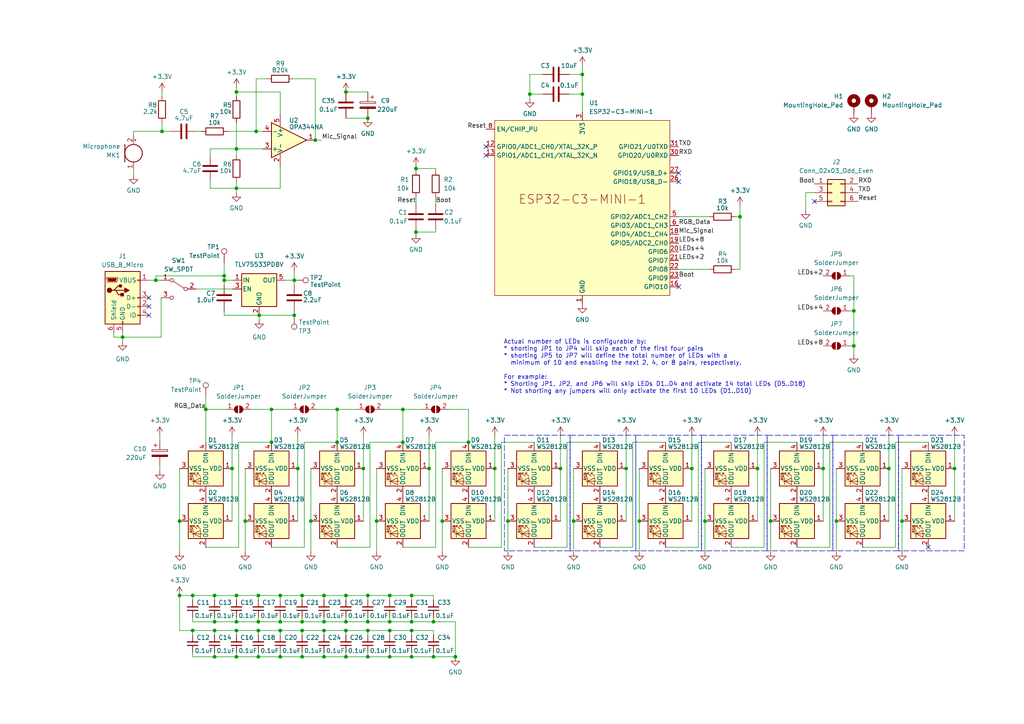
<source format=kicad_sch>
(kicad_sch (version 20230121) (generator eeschema)
  (paper "A4")
  (junction (at 62.23 172.72))
  (junction (at 86.36 135.89))
  (junction (at 113.03 180.34))
  (junction (at 93.98 190.5))
  (junction (at 52.07 151.13))
  (junction (at 81.28 180.34))
  (junction (at 238.76 135.89))
  (junction (at 100.33 182.88))
  (junction (at 109.22 151.13))
  (junction (at 85.344 81.28))
  (junction (at 87.63 172.72))
  (junction (at 185.42 151.13))
  (junction (at 74.295 38.1))
  (junction (at 181.61 135.89))
  (junction (at 75.184 91.44))
  (junction (at 143.51 135.89))
  (junction (at 68.58 26.67))
  (junction (at 168.91 27.305))
  (junction (at 74.93 182.88))
  (junction (at 100.33 190.5))
  (junction (at 62.23 182.88))
  (junction (at 65.024 80.01))
  (junction (at 119.38 190.5))
  (junction (at 74.93 180.34))
  (junction (at 113.03 190.5))
  (junction (at 67.31 135.89))
  (junction (at 81.28 182.88))
  (junction (at 261.62 151.13))
  (junction (at 113.03 172.72))
  (junction (at 93.98 172.72))
  (junction (at 119.38 182.88))
  (junction (at 45.212 81.28))
  (junction (at 55.88 172.72))
  (junction (at 106.68 172.72))
  (junction (at 124.46 135.89))
  (junction (at 113.03 182.88))
  (junction (at 55.88 182.88))
  (junction (at 68.58 180.34))
  (junction (at 125.73 190.5))
  (junction (at 68.58 182.88))
  (junction (at 162.56 135.89))
  (junction (at 62.23 190.5))
  (junction (at 52.07 172.72))
  (junction (at 78.74 128.27))
  (junction (at 116.84 118.745))
  (junction (at 132.08 190.5))
  (junction (at 93.98 180.34))
  (junction (at 90.17 151.13))
  (junction (at 119.38 172.72))
  (junction (at 68.58 190.5))
  (junction (at 200.66 135.89))
  (junction (at 153.67 27.305))
  (junction (at 65.024 81.28))
  (junction (at 119.38 180.34))
  (junction (at 106.68 34.29))
  (junction (at 74.93 190.5))
  (junction (at 168.91 21.59))
  (junction (at 87.63 182.88))
  (junction (at 106.68 180.34))
  (junction (at 97.79 128.27))
  (junction (at 116.84 128.27))
  (junction (at 100.33 180.34))
  (junction (at 59.69 118.745))
  (junction (at 87.63 190.5))
  (junction (at 276.86 135.89))
  (junction (at 68.58 43.18))
  (junction (at 120.65 67.31))
  (junction (at 106.68 182.88))
  (junction (at 120.65 48.895))
  (junction (at 100.33 172.72))
  (junction (at 81.28 190.5))
  (junction (at 128.27 151.13))
  (junction (at 35.56 97.79))
  (junction (at 204.47 151.13))
  (junction (at 74.93 172.72))
  (junction (at 105.41 135.89))
  (junction (at 85.344 91.44))
  (junction (at 247.65 90.17))
  (junction (at 257.81 135.89))
  (junction (at 87.63 180.34))
  (junction (at 125.73 180.34))
  (junction (at 166.37 151.13))
  (junction (at 78.74 118.745))
  (junction (at 247.65 100.33))
  (junction (at 91.44 40.64))
  (junction (at 135.89 128.27))
  (junction (at 214.63 62.865))
  (junction (at 106.68 190.5))
  (junction (at 68.58 54.61))
  (junction (at 81.28 172.72))
  (junction (at 97.79 118.745))
  (junction (at 100.33 26.67))
  (junction (at 223.52 151.13))
  (junction (at 71.12 151.13))
  (junction (at 46.99 38.1))
  (junction (at 93.98 182.88))
  (junction (at 242.57 151.13))
  (junction (at 62.23 180.34))
  (junction (at 147.32 151.13))
  (junction (at 68.58 172.72))
  (junction (at 219.71 135.89))
  (no_connect (at 140.97 45.085))
  (no_connect (at 140.97 42.545))
  (no_connect (at 43.18 86.36))
  (no_connect (at 196.85 83.185))
  (no_connect (at 236.22 58.42))
  (no_connect (at 196.85 52.705))
  (no_connect (at 269.24 158.75))
  (no_connect (at 43.18 91.44))
  (no_connect (at 43.18 88.9))
  (no_connect (at 196.85 50.165))
  (wire (pts (xy 97.79 128.27) (xy 97.79 118.745)))
  (wire (pts (xy 181.61 126.365) (xy 181.61 135.89)))
  (wire (pts (xy 73.025 118.745) (xy 78.74 118.745)))
  (wire (pts (xy 68.58 190.5) (xy 62.23 190.5)))
  (wire (pts (xy 85.09 22.86) (xy 91.44 22.86)))
  (wire (pts (xy 81.28 179.07) (xy 81.28 180.34)))
  (wire (pts (xy 109.22 135.89) (xy 109.22 151.13)))
  (wire (pts (xy 196.85 78.105) (xy 205.74 78.105)))
  (wire (pts (xy 219.71 126.365) (xy 219.71 135.89)))
  (wire (pts (xy 261.62 135.89) (xy 261.62 151.13)))
  (wire (pts (xy 55.88 190.5) (xy 55.88 189.23)))
  (wire (pts (xy 240.665 128.27) (xy 240.665 158.75)))
  (wire (pts (xy 74.93 173.99) (xy 74.93 172.72)))
  (wire (pts (xy 93.98 189.23) (xy 93.98 190.5)))
  (wire (pts (xy 62.23 184.15) (xy 62.23 182.88)))
  (wire (pts (xy 168.91 21.59) (xy 168.91 27.305)))
  (wire (pts (xy 181.61 135.89) (xy 181.61 151.13)))
  (wire (pts (xy 162.56 126.365) (xy 162.56 135.89)))
  (wire (pts (xy 212.09 158.75) (xy 221.615 158.75)))
  (wire (pts (xy 81.28 180.34) (xy 87.63 180.34)))
  (wire (pts (xy 233.68 60.96) (xy 233.68 55.88)))
  (wire (pts (xy 119.38 179.07) (xy 119.38 180.34)))
  (wire (pts (xy 55.88 182.88) (xy 62.23 182.88)))
  (wire (pts (xy 247.65 90.17) (xy 247.65 80.01)))
  (wire (pts (xy 62.23 182.88) (xy 68.58 182.88)))
  (wire (pts (xy 69.215 158.75) (xy 69.215 128.27)))
  (wire (pts (xy 105.41 135.89) (xy 105.41 151.13)))
  (wire (pts (xy 65.024 76.2) (xy 65.024 80.01)))
  (wire (pts (xy 153.67 27.305) (xy 153.67 21.59)))
  (wire (pts (xy 107.315 158.75) (xy 107.315 128.27)))
  (wire (pts (xy 85.344 81.28) (xy 85.344 82.55)))
  (wire (pts (xy 91.44 40.64) (xy 93.345 40.64)))
  (wire (pts (xy 45.212 81.28) (xy 45.212 80.01)))
  (wire (pts (xy 154.94 158.75) (xy 164.465 158.75)))
  (wire (pts (xy 59.69 118.745) (xy 65.405 118.745)))
  (wire (pts (xy 87.63 172.72) (xy 93.98 172.72)))
  (wire (pts (xy 35.56 97.79) (xy 35.56 99.06)))
  (wire (pts (xy 238.76 126.365) (xy 238.76 135.89)))
  (wire (pts (xy 105.41 126.365) (xy 105.41 135.89)))
  (wire (pts (xy 113.03 190.5) (xy 106.68 190.5)))
  (wire (pts (xy 143.51 126.365) (xy 143.51 135.89)))
  (wire (pts (xy 119.38 189.23) (xy 119.38 190.5)))
  (wire (pts (xy 78.74 158.75) (xy 88.265 158.75)))
  (wire (pts (xy 59.69 115.062) (xy 59.69 118.745)))
  (wire (pts (xy 124.46 135.89) (xy 124.46 151.13)))
  (wire (pts (xy 100.33 179.07) (xy 100.33 180.34)))
  (wire (pts (xy 125.73 189.23) (xy 125.73 190.5)))
  (wire (pts (xy 67.31 126.365) (xy 67.31 135.89)))
  (wire (pts (xy 68.58 35.56) (xy 68.58 43.18)))
  (wire (pts (xy 162.56 135.89) (xy 162.56 151.13)))
  (wire (pts (xy 119.38 190.5) (xy 113.03 190.5)))
  (wire (pts (xy 223.52 151.13) (xy 223.52 160.02)))
  (wire (pts (xy 113.03 180.34) (xy 119.38 180.34)))
  (wire (pts (xy 147.32 151.13) (xy 147.32 160.02)))
  (wire (pts (xy 125.73 179.07) (xy 125.73 180.34)))
  (wire (pts (xy 71.12 151.13) (xy 71.12 160.02)))
  (wire (pts (xy 46.99 35.56) (xy 46.99 38.1)))
  (wire (pts (xy 67.31 135.89) (xy 67.31 151.13)))
  (wire (pts (xy 68.58 54.61) (xy 81.28 54.61)))
  (wire (pts (xy 68.58 172.72) (xy 74.93 172.72)))
  (wire (pts (xy 113.03 172.72) (xy 119.38 172.72)))
  (wire (pts (xy 55.88 172.72) (xy 55.88 173.99)))
  (wire (pts (xy 81.28 182.88) (xy 87.63 182.88)))
  (wire (pts (xy 119.38 172.72) (xy 119.38 173.99)))
  (wire (pts (xy 120.65 66.675) (xy 120.65 67.31)))
  (wire (pts (xy 97.79 118.745) (xy 92.075 118.745)))
  (wire (pts (xy 125.73 190.5) (xy 119.38 190.5)))
  (wire (pts (xy 153.67 28.575) (xy 153.67 27.305)))
  (wire (pts (xy 68.58 179.07) (xy 68.58 180.34)))
  (wire (pts (xy 213.36 78.105) (xy 214.63 78.105)))
  (wire (pts (xy 120.65 67.31) (xy 120.65 67.945)))
  (wire (pts (xy 219.71 135.89) (xy 219.71 151.13)))
  (wire (pts (xy 125.73 182.88) (xy 125.73 184.15)))
  (wire (pts (xy 231.14 158.75) (xy 240.665 158.75)))
  (wire (pts (xy 65.024 90.17) (xy 65.024 91.44)))
  (wire (pts (xy 120.65 67.31) (xy 126.365 67.31)))
  (wire (pts (xy 66.04 38.1) (xy 74.295 38.1)))
  (wire (pts (xy 100.33 172.72) (xy 106.68 172.72)))
  (wire (pts (xy 88.265 128.27) (xy 97.79 128.27)))
  (wire (pts (xy 91.44 22.86) (xy 91.44 40.64)))
  (wire (pts (xy 106.68 179.07) (xy 106.68 180.34)))
  (wire (pts (xy 100.33 184.15) (xy 100.33 182.88)))
  (wire (pts (xy 62.23 173.99) (xy 62.23 172.72)))
  (wire (pts (xy 43.18 81.28) (xy 45.212 81.28)))
  (wire (pts (xy 113.03 173.99) (xy 113.03 172.72)))
  (wire (pts (xy 116.84 158.75) (xy 126.365 158.75)))
  (wire (pts (xy 168.91 19.05) (xy 168.91 21.59)))
  (wire (pts (xy 85.344 78.74) (xy 85.344 81.28)))
  (wire (pts (xy 111.125 118.745) (xy 116.84 118.745)))
  (wire (pts (xy 257.81 126.365) (xy 257.81 135.89)))
  (wire (pts (xy 60.96 43.18) (xy 68.58 43.18)))
  (wire (pts (xy 119.38 182.88) (xy 125.73 182.88)))
  (wire (pts (xy 87.63 190.5) (xy 81.28 190.5)))
  (wire (pts (xy 75.184 91.44) (xy 85.344 91.44)))
  (wire (pts (xy 164.465 158.75) (xy 164.465 128.27)))
  (wire (pts (xy 126.365 57.15) (xy 126.365 59.055)))
  (wire (pts (xy 46.736 97.79) (xy 46.736 86.36)))
  (wire (pts (xy 153.67 21.59) (xy 157.48 21.59)))
  (wire (pts (xy 106.68 180.34) (xy 113.03 180.34)))
  (wire (pts (xy 74.295 38.1) (xy 76.2 38.1)))
  (wire (pts (xy 100.33 190.5) (xy 93.98 190.5)))
  (wire (pts (xy 62.23 190.5) (xy 55.88 190.5)))
  (wire (pts (xy 74.93 190.5) (xy 68.58 190.5)))
  (wire (pts (xy 87.63 180.34) (xy 93.98 180.34)))
  (wire (pts (xy 135.89 128.27) (xy 135.89 118.745)))
  (wire (pts (xy 120.65 48.895) (xy 126.365 48.895)))
  (wire (pts (xy 100.33 34.29) (xy 106.68 34.29)))
  (wire (pts (xy 81.28 26.67) (xy 81.28 33.02)))
  (wire (pts (xy 247.65 102.87) (xy 247.65 100.33)))
  (wire (pts (xy 74.93 184.15) (xy 74.93 182.88)))
  (wire (pts (xy 97.79 158.75) (xy 107.315 158.75)))
  (wire (pts (xy 46.355 135.255) (xy 46.355 136.525)))
  (wire (pts (xy 106.68 184.15) (xy 106.68 182.88)))
  (wire (pts (xy 128.27 135.89) (xy 128.27 151.13)))
  (wire (pts (xy 147.32 135.89) (xy 147.32 151.13)))
  (wire (pts (xy 93.98 179.07) (xy 93.98 180.34)))
  (wire (pts (xy 71.12 135.89) (xy 71.12 151.13)))
  (wire (pts (xy 126.365 128.27) (xy 135.89 128.27)))
  (wire (pts (xy 242.57 135.89) (xy 242.57 151.13)))
  (wire (pts (xy 90.17 151.13) (xy 90.17 160.02)))
  (wire (pts (xy 130.175 118.745) (xy 135.89 118.745)))
  (wire (pts (xy 126.365 48.895) (xy 126.365 49.53)))
  (wire (pts (xy 81.28 190.5) (xy 74.93 190.5)))
  (wire (pts (xy 65.024 80.01) (xy 65.024 81.28)))
  (wire (pts (xy 214.63 59.69) (xy 214.63 62.865)))
  (wire (pts (xy 45.212 80.01) (xy 65.024 80.01)))
  (wire (pts (xy 113.03 189.23) (xy 113.03 190.5)))
  (wire (pts (xy 87.63 173.99) (xy 87.63 172.72)))
  (wire (pts (xy 259.715 158.75) (xy 259.715 128.27)))
  (wire (pts (xy 125.73 180.34) (xy 132.08 180.34)))
  (wire (pts (xy 223.52 135.89) (xy 223.52 151.13)))
  (wire (pts (xy 78.74 118.745) (xy 78.74 128.27)))
  (wire (pts (xy 113.03 179.07) (xy 113.03 180.34)))
  (wire (pts (xy 128.27 151.13) (xy 128.27 160.02)))
  (wire (pts (xy 106.68 172.72) (xy 113.03 172.72)))
  (wire (pts (xy 59.69 118.745) (xy 59.69 128.27)))
  (wire (pts (xy 87.63 182.88) (xy 93.98 182.88)))
  (wire (pts (xy 124.46 126.365) (xy 124.46 135.89)))
  (wire (pts (xy 166.37 151.13) (xy 166.37 160.02)))
  (wire (pts (xy 35.56 97.79) (xy 33.02 97.79)))
  (wire (pts (xy 119.38 182.88) (xy 119.38 184.15)))
  (wire (pts (xy 46.355 126.365) (xy 46.355 127.635)))
  (wire (pts (xy 68.58 26.67) (xy 81.28 26.67)))
  (wire (pts (xy 261.62 151.13) (xy 261.62 160.02)))
  (wire (pts (xy 87.63 184.15) (xy 87.63 182.88)))
  (wire (pts (xy 166.37 135.89) (xy 166.37 151.13)))
  (wire (pts (xy 165.1 21.59) (xy 168.91 21.59)))
  (wire (pts (xy 100.33 26.67) (xy 106.68 26.67)))
  (wire (pts (xy 86.36 135.89) (xy 86.36 151.13)))
  (wire (pts (xy 185.42 135.89) (xy 185.42 151.13)))
  (wire (pts (xy 125.73 172.72) (xy 125.73 173.99)))
  (wire (pts (xy 126.365 67.31) (xy 126.365 66.675)))
  (wire (pts (xy 87.63 189.23) (xy 87.63 190.5)))
  (wire (pts (xy 45.212 81.28) (xy 46.736 81.28)))
  (wire (pts (xy 106.68 173.99) (xy 106.68 172.72)))
  (wire (pts (xy 33.02 97.79) (xy 33.02 96.52)))
  (wire (pts (xy 74.93 179.07) (xy 74.93 180.34)))
  (wire (pts (xy 62.23 172.72) (xy 68.58 172.72)))
  (wire (pts (xy 68.58 54.61) (xy 60.96 54.61)))
  (wire (pts (xy 246.38 90.17) (xy 247.65 90.17)))
  (wire (pts (xy 100.33 173.99) (xy 100.33 172.72)))
  (wire (pts (xy 135.89 158.75) (xy 145.415 158.75)))
  (wire (pts (xy 60.96 52.705) (xy 60.96 54.61)))
  (wire (pts (xy 68.58 43.18) (xy 68.58 45.085)))
  (wire (pts (xy 85.344 81.28) (xy 82.804 81.28)))
  (wire (pts (xy 93.98 173.99) (xy 93.98 172.72)))
  (wire (pts (xy 65.024 91.44) (xy 75.184 91.44)))
  (wire (pts (xy 75.184 91.44) (xy 75.184 92.71)))
  (wire (pts (xy 74.295 22.86) (xy 74.295 38.1)))
  (wire (pts (xy 143.51 135.89) (xy 143.51 151.13)))
  (wire (pts (xy 204.47 135.89) (xy 204.47 151.13)))
  (wire (pts (xy 165.1 27.305) (xy 168.91 27.305)))
  (wire (pts (xy 109.22 151.13) (xy 109.22 160.02)))
  (wire (pts (xy 87.63 179.07) (xy 87.63 180.34)))
  (wire (pts (xy 106.68 182.88) (xy 113.03 182.88)))
  (wire (pts (xy 240.665 128.27) (xy 250.19 128.27)))
  (wire (pts (xy 35.56 97.79) (xy 46.736 97.79)))
  (wire (pts (xy 38.735 39.37) (xy 38.735 38.1)))
  (wire (pts (xy 55.88 184.15) (xy 55.88 182.88)))
  (wire (pts (xy 238.76 135.89) (xy 238.76 151.13)))
  (wire (pts (xy 202.565 128.27) (xy 212.09 128.27)))
  (wire (pts (xy 259.715 128.27) (xy 269.24 128.27)))
  (wire (pts (xy 81.28 54.61) (xy 81.28 48.26)))
  (wire (pts (xy 221.615 128.27) (xy 231.14 128.27)))
  (wire (pts (xy 68.58 25.4) (xy 68.58 26.67)))
  (wire (pts (xy 204.47 151.13) (xy 204.47 160.02)))
  (wire (pts (xy 68.58 43.18) (xy 76.2 43.18)))
  (wire (pts (xy 113.03 182.88) (xy 113.03 184.15)))
  (wire (pts (xy 52.07 172.72) (xy 52.07 182.88)))
  (wire (pts (xy 93.98 172.72) (xy 100.33 172.72)))
  (wire (pts (xy 84.455 118.745) (xy 78.74 118.745)))
  (wire (pts (xy 74.93 182.88) (xy 81.28 182.88)))
  (wire (pts (xy 62.23 189.23) (xy 62.23 190.5)))
  (wire (pts (xy 62.23 179.07) (xy 62.23 180.34)))
  (wire (pts (xy 214.63 62.865) (xy 214.63 78.105)))
  (wire (pts (xy 164.465 128.27) (xy 173.99 128.27)))
  (wire (pts (xy 85.344 91.44) (xy 85.344 90.17)))
  (wire (pts (xy 74.93 189.23) (xy 74.93 190.5)))
  (wire (pts (xy 59.69 158.75) (xy 69.215 158.75)))
  (wire (pts (xy 52.07 151.13) (xy 52.07 160.02)))
  (wire (pts (xy 116.84 118.745) (xy 122.555 118.745)))
  (wire (pts (xy 52.07 135.89) (xy 52.07 151.13)))
  (wire (pts (xy 202.565 158.75) (xy 202.565 128.27)))
  (wire (pts (xy 93.98 182.88) (xy 100.33 182.88)))
  (wire (pts (xy 69.215 128.27) (xy 78.74 128.27)))
  (wire (pts (xy 60.96 43.18) (xy 60.96 45.085)))
  (wire (pts (xy 132.08 180.34) (xy 132.08 190.5)))
  (wire (pts (xy 173.99 158.75) (xy 183.515 158.75)))
  (wire (pts (xy 116.84 118.745) (xy 116.84 128.27)))
  (wire (pts (xy 88.265 158.75) (xy 88.265 128.27)))
  (wire (pts (xy 97.79 118.745) (xy 103.505 118.745)))
  (wire (pts (xy 86.36 126.365) (xy 86.36 135.89)))
  (wire (pts (xy 46.99 38.1) (xy 49.53 38.1)))
  (wire (pts (xy 100.33 189.23) (xy 100.33 190.5)))
  (wire (pts (xy 185.42 151.13) (xy 185.42 160.02)))
  (wire (pts (xy 196.85 62.865) (xy 205.74 62.865)))
  (wire (pts (xy 113.03 182.88) (xy 119.38 182.88)))
  (wire (pts (xy 65.024 81.28) (xy 67.564 81.28)))
  (wire (pts (xy 52.07 182.88) (xy 55.88 182.88)))
  (wire (pts (xy 52.07 172.72) (xy 55.88 172.72)))
  (wire (pts (xy 120.65 48.895) (xy 120.65 49.53)))
  (wire (pts (xy 106.68 189.23) (xy 106.68 190.5)))
  (wire (pts (xy 68.58 182.88) (xy 74.93 182.88)))
  (wire (pts (xy 93.98 184.15) (xy 93.98 182.88)))
  (wire (pts (xy 55.88 172.72) (xy 62.23 172.72)))
  (wire (pts (xy 74.93 180.34) (xy 81.28 180.34)))
  (wire (pts (xy 55.88 180.34) (xy 62.23 180.34)))
  (wire (pts (xy 183.515 128.27) (xy 193.04 128.27)))
  (wire (pts (xy 100.33 180.34) (xy 106.68 180.34)))
  (wire (pts (xy 119.38 180.34) (xy 125.73 180.34)))
  (wire (pts (xy 120.65 57.15) (xy 120.65 59.055)))
  (wire (pts (xy 276.86 135.89) (xy 276.86 151.13)))
  (wire (pts (xy 57.15 38.1) (xy 58.42 38.1)))
  (wire (pts (xy 246.38 100.33) (xy 247.65 100.33)))
  (wire (pts (xy 145.415 158.75) (xy 145.415 128.27)))
  (wire (pts (xy 247.65 80.01) (xy 246.38 80.01)))
  (wire (pts (xy 106.68 190.5) (xy 100.33 190.5)))
  (wire (pts (xy 68.58 173.99) (xy 68.58 172.72)))
  (wire (pts (xy 276.86 126.365) (xy 276.86 135.89)))
  (wire (pts (xy 77.47 22.86) (xy 74.295 22.86)))
  (wire (pts (xy 93.98 190.5) (xy 87.63 190.5)))
  (wire (pts (xy 81.28 173.99) (xy 81.28 172.72)))
  (wire (pts (xy 126.365 158.75) (xy 126.365 128.27)))
  (wire (pts (xy 183.515 158.75) (xy 183.515 128.27)))
  (wire (pts (xy 62.23 180.34) (xy 68.58 180.34)))
  (wire (pts (xy 200.66 126.365) (xy 200.66 135.89)))
  (wire (pts (xy 81.28 189.23) (xy 81.28 190.5)))
  (wire (pts (xy 81.28 172.72) (xy 87.63 172.72)))
  (wire (pts (xy 81.28 184.15) (xy 81.28 182.88)))
  (wire (pts (xy 153.67 27.305) (xy 157.48 27.305)))
  (wire (pts (xy 56.896 83.82) (xy 67.564 83.82)))
  (wire (pts (xy 120.65 48.26) (xy 120.65 48.895)))
  (wire (pts (xy 68.58 52.705) (xy 68.58 54.61)))
  (wire (pts (xy 100.33 182.88) (xy 106.68 182.88)))
  (wire (pts (xy 200.66 135.89) (xy 200.66 151.13)))
  (wire (pts (xy 250.19 158.75) (xy 259.715 158.75)))
  (wire (pts (xy 168.91 27.305) (xy 168.91 32.385)))
  (wire (pts (xy 213.36 62.865) (xy 214.63 62.865)))
  (wire (pts (xy 257.81 135.89) (xy 257.81 151.13)))
  (wire (pts (xy 119.38 172.72) (xy 125.73 172.72)))
  (wire (pts (xy 90.17 135.89) (xy 90.17 151.13)))
  (wire (pts (xy 46.99 26.67) (xy 46.99 27.94)))
  (wire (pts (xy 242.57 151.13) (xy 242.57 160.02)))
  (wire (pts (xy 68.58 180.34) (xy 74.93 180.34)))
  (wire (pts (xy 68.58 54.61) (xy 68.58 55.88)))
  (wire (pts (xy 74.93 172.72) (xy 81.28 172.72)))
  (wire (pts (xy 107.315 128.27) (xy 116.84 128.27)))
  (wire (pts (xy 221.615 158.75) (xy 221.615 128.27)))
  (wire (pts (xy 233.68 55.88) (xy 236.22 55.88)))
  (wire (pts (xy 145.415 128.27) (xy 154.94 128.27)))
  (wire (pts (xy 68.58 184.15) (xy 68.58 182.88)))
  (wire (pts (xy 68.58 26.67) (xy 68.58 27.94)))
  (wire (pts (xy 125.73 190.5) (xy 132.08 190.5)))
  (wire (pts (xy 68.58 189.23) (xy 68.58 190.5)))
  (wire (pts (xy 193.04 158.75) (xy 202.565 158.75)))
  (wire (pts (xy 38.735 49.53) (xy 38.735 50.8)))
  (wire (pts (xy 35.56 96.52) (xy 35.56 97.79)))
  (wire (pts (xy 38.735 38.1) (xy 46.99 38.1)))
  (wire (pts (xy 65.024 82.55) (xy 65.024 81.28)))
  (wire (pts (xy 55.88 179.07) (xy 55.88 180.34)))
  (wire (pts (xy 247.65 100.33) (xy 247.65 90.17)))
  (wire (pts (xy 93.98 180.34) (xy 100.33 180.34)))
  (rectangle (start 165.354 126.238) (end 184.404 159.766) (stroke (width 0) (type dash)))
  (rectangle (start 203.454 126.238) (end 222.504 159.766) (stroke (width 0) (type dash)))
  (rectangle (start 222.504 126.238) (end 241.554 159.766) (stroke (width 0) (type dash)))
  (rectangle (start 146.304 126.238) (end 165.354 159.766) (stroke (width 0) (type dash)))
  (rectangle (start 241.554 126.238) (end 260.604 159.766) (stroke (width 0) (type dash)))
  (rectangle (start 260.604 126.238) (end 279.654 159.766) (stroke (width 0) (type dash)))
  (rectangle (start 184.404 126.238) (end 203.454 159.766) (stroke (width 0) (type dash)))
  (text "Actual number of LEDs is configurable by:\n* shorting JP1 to JP4 will skip each of the first four pairs\n* shorting JP5 to JP7 will define the total number of LEDs with a\n  minimum of 10 and enabling the next 2, 4, or 8 pairs, respectively.\n\nFor example:\n* Shorting JP1, JP2, and JP6 will skip LEDs D1..D4 and activate 14 total LEDs (D5..D18)\n* Not shorting any jumpers will only activate the first 10 LEDs (D1..D10)" (at 146.05 114.3 0) (effects (font (size 1.27 1.27)) (justify left bottom)))
  (label "Reset" (at 248.92 58.42 0))
  (label "Reset" (at 120.65 59.055 180))
  (label "TXD" (at 248.92 55.88 0))
  (label "LEDs+8" (at 196.85 70.485 0))
  (label "LEDs+2" (at 196.85 75.565 0))
  (label "Mic_Signal" (at 93.345 40.64 0))
  (label "Boot" (at 126.365 59.055 0))
  (label "RGB_Data" (at 59.69 118.745 180))
  (label "RXD" (at 196.85 45.085 0))
  (label "RXD" (at 248.92 53.34 0))
  (label "Reset" (at 140.97 37.465 180))
  (label "Mic_Signal" (at 196.85 67.945 0))
  (label "RGB_Data" (at 196.85 65.405 0))
  (label "Boot" (at 236.22 53.34 180))
  (label "LEDs+4" (at 196.85 73.025 0))
  (label "TXD" (at 196.85 42.545 0))
  (label "LEDs+8" (at 238.76 100.33 180))
  (label "Boot" (at 196.85 80.645 0))
  (label "LEDs+4" (at 238.76 90.17 180))
  (label "LEDs+2" (at 238.76 80.01 180))
  (symbol (lib_id "power:GND") (at 223.52 160.02 0) (unit 1)
    (property "Reference" "#PWR034" (effects hide))
    (property "Value" "GND" (at 223.52 164.465 0))
  )
  (symbol (lib_id "Device:C_Small") (at 55.88 186.69 0) (mirror x) (unit 1)
    (property "Reference" "C12" (at 58.928 184.912 0))
    (property "Value" "0.1uF" (at 59.182 188.722 0))
    (property "Footprint" "Capacitor_SMD:C_0603_1608Metric" (effects hide))
  )
  (symbol (lib_id "Device:C_Small") (at 106.68 186.69 0) (mirror x) (unit 1)
    (property "Reference" "C28" (at 109.728 184.912 0))
    (property "Value" "0.1uF" (at 109.982 188.722 0))
    (property "Footprint" "Capacitor_SMD:C_0603_1608Metric" (effects hide))
  )
  (symbol (lib_id "power:GND") (at 120.65 67.945 0) (unit 1)
    (property "Reference" "#PWR07" (effects hide))
    (property "Value" "GND" (at 120.65 72.39 0))
  )
  (symbol (lib_id "power:GND") (at 52.07 160.02 0) (unit 1)
    (property "Reference" "#PWR02" (effects hide))
    (property "Value" "GND" (at 52.07 164.465 0))
  )
  (symbol (lib_id "Device:C_Small") (at 87.63 176.53 0) (mirror x) (unit 1)
    (property "Reference" "C21" (at 90.678 174.752 0))
    (property "Value" "0.1uF" (at 90.932 178.562 0))
    (property "Footprint" "Capacitor_SMD:C_0603_1608Metric" (effects hide))
  )
  (symbol (lib_id "power:GND") (at 46.355 136.525 0) (unit 1)
    (property "Reference" "#PWR036" (effects hide))
    (property "Value" "GND" (at 46.355 140.97 0))
  )
  (symbol (lib_id "Device:C_Small") (at 113.03 186.69 0) (mirror x) (unit 1)
    (property "Reference" "C30" (at 116.078 184.912 0))
    (property "Value" "0.1uF" (at 116.332 188.722 0))
    (property "Footprint" "Capacitor_SMD:C_0603_1608Metric" (effects hide))
  )
  (symbol (lib_id "power:GND") (at 35.56 99.06 0) (unit 1)
    (property "Reference" "#PWR015" (effects hide))
    (property "Value" "GND" (at 35.56 104.14 0))
  )
  (symbol (lib_id "LED:WS2812B") (at 78.74 135.89 270) (unit 1)
    (property "Reference" "D3" (at 79.375 127.635 90) (effects (justify left)))
    (property "Value" "WS2812B" (at 79.375 129.54 90) (effects (justify left)))
    (property "Footprint" "LED_SMD:LED_WS2812B_PLCC4_5.0x5.0mm_P3.2mm" (effects hide))
    (property "Datasheet" "https://cdn-shop.adafruit.com/datasheets/WS2812B.pdf" (effects hide))
  )
  (symbol (lib_id "power:GND") (at 166.37 160.02 0) (unit 1)
    (property "Reference" "#PWR028" (effects hide))
    (property "Value" "GND" (at 166.37 164.465 0))
  )
  (symbol (lib_id "Device:Microphone") (at 38.735 44.45 0) (unit 1)
    (property "Reference" "MK1" (at 34.925 45.0215 0) (effects (justify right)))
    (property "Value" "Microphone" (at 34.925 42.4815 0) (effects (justify right)))
    (property "Footprint" "Connector_PinHeader_2.54mm:PinHeader_1x02_P2.54mm_Vertical" (effects hide))
  )
  (symbol (lib_id "power:+3.3V") (at 276.86 126.365 0) (unit 1)
    (property "Reference" "#PWR044" (effects hide))
    (property "Value" "+3.3V" (at 276.86 121.92 0))
  )
  (symbol (lib_id "LED:WS2812B") (at 193.04 135.89 270) (unit 1)
    (property "Reference" "D15" (at 193.675 127.635 90) (effects (justify left)))
    (property "Value" "WS2812B" (at 193.675 129.54 90) (effects (justify left)))
    (property "Footprint" "LED_SMD:LED_WS2812B_PLCC4_5.0x5.0mm_P3.2mm" (effects hide))
    (property "Datasheet" "https://cdn-shop.adafruit.com/datasheets/WS2812B.pdf" (effects hide))
  )
  (symbol (lib_id "Device:C_Small") (at 81.28 186.69 0) (mirror x) (unit 1)
    (property "Reference" "C20" (at 84.328 184.912 0))
    (property "Value" "0.1uF" (at 84.582 188.722 0))
    (property "Footprint" "Capacitor_SMD:C_0603_1608Metric" (effects hide))
  )
  (symbol (lib_id "Device:C_Small") (at 100.33 186.69 0) (mirror x) (unit 1)
    (property "Reference" "C26" (at 103.378 184.912 0))
    (property "Value" "0.1uF" (at 103.632 188.722 0))
    (property "Footprint" "Capacitor_SMD:C_0603_1608Metric" (effects hide))
  )
  (symbol (lib_id "Device:C") (at 161.29 27.305 90) (unit 1)
    (property "Reference" "C4" (at 158.115 24.765 90))
    (property "Value" "0.1uF" (at 165.1 24.765 90))
    (property "Footprint" "Capacitor_SMD:C_0805_2012Metric" (effects hide))
  )
  (symbol (lib_id "Mechanical:MountingHole_Pad") (at 252.73 30.48 0) (unit 1)
    (property "Reference" "H2" (at 255.778 27.94 0) (effects (justify left)))
    (property "Value" "MountingHole_Pad" (at 255.778 30.48 0) (effects (justify left)))
    (property "Footprint" "MountingHole:MountingHole_2.2mm_M2_Pad_Via" (effects hide))
  )
  (symbol (lib_id "Device:C") (at 126.365 62.865 0) (mirror x) (unit 1)
    (property "Reference" "C2" (at 130.175 61.595 0))
    (property "Value" "0.1uF" (at 131.445 64.135 0))
    (property "Footprint" "Capacitor_SMD:C_0805_2012Metric" (effects hide))
  )
  (symbol (lib_id "power:+3.3V") (at 143.51 126.365 0) (unit 1)
    (property "Reference" "#PWR025" (effects hide))
    (property "Value" "+3.3V" (at 143.51 121.92 0))
  )
  (symbol (lib_id "Device:C_Small") (at 93.98 186.69 0) (mirror x) (unit 1)
    (property "Reference" "C24" (at 97.028 184.912 0))
    (property "Value" "0.1uF" (at 97.282 188.722 0))
    (property "Footprint" "Capacitor_SMD:C_0603_1608Metric" (effects hide))
  )
  (symbol (lib_id "Device:C") (at 85.344 86.36 0) (mirror x) (unit 1)
    (property "Reference" "C8" (at 87.884 85.09 0) (effects (justify left)))
    (property "Value" "2.2uF" (at 87.884 86.995 0) (effects (justify left)))
    (property "Footprint" "Capacitor_SMD:C_0805_2012Metric" (effects hide))
  )
  (symbol (lib_id "Device:R") (at 120.65 53.34 0) (mirror y) (unit 1)
    (property "Reference" "R1" (at 118.745 52.07 0) (effects (justify left)))
    (property "Value" "10k" (at 118.745 54.61 0) (effects (justify left)))
    (property "Footprint" "Resistor_SMD:R_0805_2012Metric" (effects hide))
  )
  (symbol (lib_id "Device:C_Small") (at 62.23 176.53 0) (mirror x) (unit 1)
    (property "Reference" "C13" (at 65.278 174.752 0))
    (property "Value" "0.1uF" (at 65.532 178.562 0))
    (property "Footprint" "Capacitor_SMD:C_0603_1608Metric" (effects hide))
  )
  (symbol (lib_id "power:+3.3V") (at 124.46 126.365 0) (unit 1)
    (property "Reference" "#PWR023" (effects hide))
    (property "Value" "+3.3V" (at 124.46 121.92 0))
  )
  (symbol (lib_id "LED:WS2812B") (at 116.84 151.13 270) (unit 1)
    (property "Reference" "D8" (at 117.475 142.875 90) (effects (justify left)))
    (property "Value" "WS2812B" (at 117.475 144.78 90) (effects (justify left)))
    (property "Footprint" "LED_SMD:LED_WS2812B_PLCC4_5.0x5.0mm_P3.2mm" (effects hide))
    (property "Datasheet" "https://cdn-shop.adafruit.com/datasheets/WS2812B.pdf" (effects hide))
  )
  (symbol (lib_id "Device:C_Small") (at 81.28 176.53 0) (mirror x) (unit 1)
    (property "Reference" "C19" (at 84.328 174.752 0))
    (property "Value" "0.1uF" (at 84.582 178.562 0))
    (property "Footprint" "Capacitor_SMD:C_0603_1608Metric" (effects hide))
  )
  (symbol (lib_id "Connector:TestPoint") (at 85.344 91.44 0) (mirror x) (unit 1)
    (property "Reference" "TP3" (at 86.614 96.012 0) (effects (justify left)))
    (property "Value" "TestPoint" (at 86.614 93.472 0) (effects (justify left)))
    (property "Footprint" "TestPoint:TestPoint_THTPad_1.5x1.5mm_Drill0.7mm" (effects hide))
  )
  (symbol (lib_id "power:GND") (at 204.47 160.02 0) (unit 1)
    (property "Reference" "#PWR032" (effects hide))
    (property "Value" "GND" (at 204.47 164.465 0))
  )
  (symbol (lib_id "power:GND") (at 147.32 160.02 0) (unit 1)
    (property "Reference" "#PWR026" (effects hide))
    (property "Value" "GND" (at 147.32 164.465 0))
  )
  (symbol (lib_id "LED:WS2812B") (at 59.69 151.13 270) (unit 1)
    (property "Reference" "D2" (at 60.325 142.875 90) (effects (justify left)))
    (property "Value" "WS2812B" (at 60.325 144.78 90) (effects (justify left)))
    (property "Footprint" "LED_SMD:LED_WS2812B_PLCC4_5.0x5.0mm_P3.2mm" (effects hide))
    (property "Datasheet" "https://cdn-shop.adafruit.com/datasheets/WS2812B.pdf" (effects hide))
  )
  (symbol (lib_id "Device:R") (at 62.23 38.1 90) (unit 1)
    (property "Reference" "R7" (at 62.23 33.655 90))
    (property "Value" "10k" (at 62.23 35.56 90))
    (property "Footprint" "Resistor_SMD:R_0805_2012Metric" (effects hide))
  )
  (symbol (lib_id "Device:C_Small") (at 74.93 176.53 0) (mirror x) (unit 1)
    (property "Reference" "C17" (at 77.978 174.752 0))
    (property "Value" "0.1uF" (at 78.232 178.562 0))
    (property "Footprint" "Capacitor_SMD:C_0603_1608Metric" (effects hide))
  )
  (symbol (lib_id "power:+3.3V") (at 120.65 48.26 0) (unit 1)
    (property "Reference" "#PWR08" (effects hide))
    (property "Value" "+3.3V" (at 120.65 43.815 0))
  )
  (symbol (lib_id "power:GND") (at 38.735 50.8 0) (unit 1)
    (property "Reference" "#PWR014" (effects hide))
    (property "Value" "GND" (at 38.735 55.245 0))
  )
  (symbol (lib_id "power:GND") (at 90.17 160.02 0) (unit 1)
    (property "Reference" "#PWR019" (effects hide))
    (property "Value" "GND" (at 90.17 164.465 0))
  )
  (symbol (lib_id "Regulator_Linear:TLV75533PDBV") (at 75.184 83.82 0) (unit 1)
    (property "Reference" "U3" (at 75.184 74.168 0))
    (property "Value" "TLV75533PDBV" (at 75.184 76.708 0))
    (property "Footprint" "Package_TO_SOT_SMD:SOT-23-5" (effects hide))
    (property "Datasheet" "http://www.ti.com/lit/ds/symlink/tlv755p.pdf" (effects hide))
  )
  (symbol (lib_id "power:GND") (at 185.42 160.02 0) (unit 1)
    (property "Reference" "#PWR030" (effects hide))
    (property "Value" "GND" (at 185.42 164.465 0))
  )
  (symbol (lib_id "Mechanical:MountingHole_Pad") (at 247.65 30.48 0) (mirror y) (unit 1)
    (property "Reference" "H1" (at 244.602 27.94 0) (effects (justify left)))
    (property "Value" "MountingHole_Pad" (at 244.602 30.48 0) (effects (justify left)))
    (property "Footprint" "MountingHole:MountingHole_2.2mm_M2_Pad_Via" (effects hide))
  )
  (symbol (lib_id "LED:WS2812B") (at 212.09 135.89 270) (unit 1)
    (property "Reference" "D17" (at 212.725 127.635 90) (effects (justify left)))
    (property "Value" "WS2812B" (at 212.725 129.54 90) (effects (justify left)))
    (property "Footprint" "LED_SMD:LED_WS2812B_PLCC4_5.0x5.0mm_P3.2mm" (effects hide))
    (property "Datasheet" "https://cdn-shop.adafruit.com/datasheets/WS2812B.pdf" (effects hide))
  )
  (symbol (lib_id "Device:C_Small") (at 68.58 176.53 0) (mirror x) (unit 1)
    (property "Reference" "C15" (at 71.628 174.752 0))
    (property "Value" "0.1uF" (at 71.882 178.562 0))
    (property "Footprint" "Capacitor_SMD:C_0603_1608Metric" (effects hide))
  )
  (symbol (lib_id "Device:R") (at 81.28 22.86 90) (unit 1)
    (property "Reference" "R9" (at 81.28 18.415 90))
    (property "Value" "820k" (at 81.28 20.32 90))
    (property "Footprint" "Resistor_SMD:R_0805_2012Metric" (effects hide))
  )
  (symbol (lib_id "power:GND") (at 128.27 160.02 0) (unit 1)
    (property "Reference" "#PWR024" (effects hide))
    (property "Value" "GND" (at 128.27 164.465 0))
  )
  (symbol (lib_id "Device:R") (at 68.58 31.75 180) (unit 1)
    (property "Reference" "R5" (at 67.31 30.48 0) (effects (justify left)))
    (property "Value" "10k" (at 67.31 32.385 0) (effects (justify left)))
    (property "Footprint" "Resistor_SMD:R_0805_2012Metric" (effects hide))
  )
  (symbol (lib_id "Device:R") (at 68.58 48.895 180) (unit 1)
    (property "Reference" "R6" (at 67.31 47.625 0) (effects (justify left)))
    (property "Value" "10k" (at 67.31 49.53 0) (effects (justify left)))
    (property "Footprint" "Resistor_SMD:R_0805_2012Metric" (effects hide))
  )
  (symbol (lib_id "LED:WS2812B") (at 97.79 151.13 270) (unit 1)
    (property "Reference" "D6" (at 98.425 142.875 90) (effects (justify left)))
    (property "Value" "WS2812B" (at 98.425 144.78 90) (effects (justify left)))
    (property "Footprint" "LED_SMD:LED_WS2812B_PLCC4_5.0x5.0mm_P3.2mm" (effects hide))
    (property "Datasheet" "https://cdn-shop.adafruit.com/datasheets/WS2812B.pdf" (effects hide))
  )
  (symbol (lib_id "power:GND") (at 242.57 160.02 0) (unit 1)
    (property "Reference" "#PWR041" (effects hide))
    (property "Value" "GND" (at 242.57 164.465 0))
  )
  (symbol (lib_id "LED:WS2812B") (at 135.89 135.89 270) (unit 1)
    (property "Reference" "D9" (at 136.525 127.635 90) (effects (justify left)))
    (property "Value" "WS2812B" (at 136.525 129.54 90) (effects (justify left)))
    (property "Footprint" "LED_SMD:LED_WS2812B_PLCC4_5.0x5.0mm_P3.2mm" (effects hide))
    (property "Datasheet" "https://cdn-shop.adafruit.com/datasheets/WS2812B.pdf" (effects hide))
  )
  (symbol (lib_id "Device:C_Small") (at 119.38 186.69 0) (mirror x) (unit 1)
    (property "Reference" "C32" (at 122.428 184.912 0))
    (property "Value" "0.1uF" (at 122.682 188.722 0))
    (property "Footprint" "Capacitor_SMD:C_0603_1608Metric" (effects hide))
  )
  (symbol (lib_id "power:GND") (at 168.91 88.265 0) (unit 1)
    (property "Reference" "#PWR03" (effects hide))
    (property "Value" "GND" (at 168.91 92.71 0))
  )
  (symbol (lib_id "power:GND") (at 153.67 28.575 0) (unit 1)
    (property "Reference" "#PWR05" (effects hide))
    (property "Value" "GND" (at 153.67 33.02 0))
  )
  (symbol (lib_id "Device:C_Small") (at 125.73 186.69 0) (mirror x) (unit 1)
    (property "Reference" "C34" (at 128.778 184.912 0))
    (property "Value" "0.1uF" (at 129.032 188.722 0))
    (property "Footprint" "Capacitor_SMD:C_0603_1608Metric" (effects hide))
  )
  (symbol (lib_id "Jumper:SolderJumper_2_Open") (at 242.57 100.33 0) (mirror y) (unit 1)
    (property "Reference" "JP7" (at 242.57 93.98 0))
    (property "Value" "SolderJumper" (at 242.57 96.52 0))
    (property "Footprint" "Jumper:SolderJumper-2_P1.3mm_Open_TrianglePad1.0x1.5mm" (effects hide))
  )
  (symbol (lib_id "Connector_Generic:Conn_02x03_Odd_Even") (at 241.3 55.88 0) (unit 1)
    (property "Reference" "J2" (at 242.57 46.99 0))
    (property "Value" "Conn_02x03_Odd_Even" (at 242.57 49.53 0))
    (property "Footprint" "Connector_PinHeader_2.54mm:PinHeader_2x03_P2.54mm_Vertical" (effects hide))
  )
  (symbol (lib_id "Device:R") (at 209.55 78.105 90) (unit 1)
    (property "Reference" "R4" (at 209.55 73.66 90))
    (property "Value" "10k" (at 209.55 75.565 90))
    (property "Footprint" "Resistor_SMD:R_0805_2012Metric" (effects hide))
  )
  (symbol (lib_id "LED:WS2812B") (at 193.04 151.13 270) (unit 1)
    (property "Reference" "D16" (at 193.675 142.875 90) (effects (justify left)))
    (property "Value" "WS2812B" (at 193.675 144.78 90) (effects (justify left)))
    (property "Footprint" "LED_SMD:LED_WS2812B_PLCC4_5.0x5.0mm_P3.2mm" (effects hide))
    (property "Datasheet" "https://cdn-shop.adafruit.com/datasheets/WS2812B.pdf" (effects hide))
  )
  (symbol (lib_id "power:GND") (at 106.68 34.29 0) (unit 1)
    (property "Reference" "#PWR011" (effects hide))
    (property "Value" "GND" (at 106.68 38.735 0))
  )
  (symbol (lib_id "Espressif:ESP32-C3-MINI-1") (at 168.91 60.325 0) (unit 1)
    (property "Reference" "U1" (at 170.8659 29.845 0) (effects (justify left)))
    (property "Value" "ESP32-C3-MINI-1" (at 170.8659 32.385 0) (effects (justify left)))
    (property "Footprint" "PCM_Espressif:ESP32-C3-MINI-1" (effects hide))
    (property "Datasheet" "https://www.espressif.com/sites/default/files/documentation/esp32-c3-mini-1_datasheet_en.pdf" (effects hide))
  )
  (symbol (lib_id "Device:C_Small") (at 106.68 176.53 0) (mirror x) (unit 1)
    (property "Reference" "C27" (at 109.728 174.752 0))
    (property "Value" "0.1uF" (at 109.982 178.562 0))
    (property "Footprint" "Capacitor_SMD:C_0603_1608Metric" (effects hide))
  )
  (symbol (lib_id "power:+3.3V") (at 85.344 78.74 0) (unit 1)
    (property "Reference" "#PWR017" (effects hide))
    (property "Value" "+3.3V" (at 85.344 74.295 0))
  )
  (symbol (lib_id "power:+3.3V") (at 67.31 126.365 0) (unit 1)
    (property "Reference" "#PWR045" (effects hide))
    (property "Value" "+3.3V" (at 67.31 121.92 0))
  )
  (symbol (lib_id "LED:WS2812B") (at 269.24 151.13 270) (unit 1)
    (property "Reference" "D24" (at 269.875 142.875 90) (effects (justify left)))
    (property "Value" "WS2812B" (at 269.875 144.78 90) (effects (justify left)))
    (property "Footprint" "LED_SMD:LED_WS2812B_PLCC4_5.0x5.0mm_P3.2mm" (effects hide))
    (property "Datasheet" "https://cdn-shop.adafruit.com/datasheets/WS2812B.pdf" (effects hide))
  )
  (symbol (lib_id "LED:WS2812B") (at 116.84 135.89 270) (unit 1)
    (property "Reference" "D7" (at 117.475 127.635 90) (effects (justify left)))
    (property "Value" "WS2812B" (at 117.475 129.54 90) (effects (justify left)))
    (property "Footprint" "LED_SMD:LED_WS2812B_PLCC4_5.0x5.0mm_P3.2mm" (effects hide))
    (property "Datasheet" "https://cdn-shop.adafruit.com/datasheets/WS2812B.pdf" (effects hide))
  )
  (symbol (lib_id "power:+3.3V") (at 219.71 126.365 0) (unit 1)
    (property "Reference" "#PWR033" (effects hide))
    (property "Value" "+3.3V" (at 219.71 121.92 0))
  )
  (symbol (lib_id "Connector:TestPoint") (at 65.024 76.2 0) (mirror y) (unit 1)
    (property "Reference" "TP1" (at 63.754 71.628 0) (effects (justify left)))
    (property "Value" "TestPoint" (at 63.754 74.168 0) (effects (justify left)))
    (property "Footprint" "TestPoint:TestPoint_THTPad_1.5x1.5mm_Drill0.7mm" (effects hide))
  )
  (symbol (lib_id "power:GND") (at 68.58 55.88 0) (unit 1)
    (property "Reference" "#PWR09" (effects hide))
    (property "Value" "GND" (at 68.58 60.325 0))
  )
  (symbol (lib_id "Connector:TestPoint") (at 59.69 115.062 0) (mirror y) (unit 1)
    (property "Reference" "TP4" (at 58.42 110.49 0) (effects (justify left)))
    (property "Value" "TestPoint" (at 58.42 113.03 0) (effects (justify left)))
    (property "Footprint" "TestPoint:TestPoint_THTPad_1.5x1.5mm_Drill0.7mm" (effects hide))
  )
  (symbol (lib_id "Device:C_Small") (at 119.38 176.53 0) (mirror x) (unit 1)
    (property "Reference" "C31" (at 122.428 174.752 0))
    (property "Value" "0.1uF" (at 122.682 178.562 0))
    (property "Footprint" "Capacitor_SMD:C_0603_1608Metric" (effects hide))
  )
  (symbol (lib_id "LED:WS2812B") (at 269.24 135.89 270) (unit 1)
    (property "Reference" "D23" (at 269.875 127.635 90) (effects (justify left)))
    (property "Value" "WS2812B" (at 269.875 129.54 90) (effects (justify left)))
    (property "Footprint" "LED_SMD:LED_WS2812B_PLCC4_5.0x5.0mm_P3.2mm" (effects hide))
    (property "Datasheet" "https://cdn-shop.adafruit.com/datasheets/WS2812B.pdf" (effects hide))
  )
  (symbol (lib_id "power:+3.3V") (at 257.81 126.365 0) (unit 1)
    (property "Reference" "#PWR042" (effects hide))
    (property "Value" "+3.3V" (at 257.81 121.92 0))
  )
  (symbol (lib_id "LED:WS2812B") (at 231.14 151.13 270) (unit 1)
    (property "Reference" "D20" (at 231.775 142.875 90) (effects (justify left)))
    (property "Value" "WS2812B" (at 231.775 144.78 90) (effects (justify left)))
    (property "Footprint" "LED_SMD:LED_WS2812B_PLCC4_5.0x5.0mm_P3.2mm" (effects hide))
    (property "Datasheet" "https://cdn-shop.adafruit.com/datasheets/WS2812B.pdf" (effects hide))
  )
  (symbol (lib_id "power:+3.3V") (at 238.76 126.365 0) (unit 1)
    (property "Reference" "#PWR035" (effects hide))
    (property "Value" "+3.3V" (at 238.76 121.92 0))
  )
  (symbol (lib_id "Device:C_Small") (at 93.98 176.53 0) (mirror x) (unit 1)
    (property "Reference" "C23" (at 97.028 174.752 0))
    (property "Value" "0.1uF" (at 97.282 178.562 0))
    (property "Footprint" "Capacitor_SMD:C_0603_1608Metric" (effects hide))
  )
  (symbol (lib_id "Connector:USB_B_Micro") (at 35.56 86.36 0) (unit 1)
    (property "Reference" "J1" (at 35.56 74.295 0))
    (property "Value" "USB_B_Micro" (at 35.56 76.835 0))
    (property "Footprint" "Connector_USB:USB_Micro-B_Molex-105017-0001" (effects hide))
  )
  (symbol (lib_id "LED:WS2812B") (at 154.94 135.89 270) (unit 1)
    (property "Reference" "D11" (at 155.575 127.635 90) (effects (justify left)))
    (property "Value" "WS2812B" (at 155.575 129.54 90) (effects (justify left)))
    (property "Footprint" "LED_SMD:LED_WS2812B_PLCC4_5.0x5.0mm_P3.2mm" (effects hide))
    (property "Datasheet" "https://cdn-shop.adafruit.com/datasheets/WS2812B.pdf" (effects hide))
  )
  (symbol (lib_id "Connector:TestPoint") (at 85.344 81.28 270) (mirror x) (unit 1)
    (property "Reference" "TP2" (at 89.916 80.518 90) (effects (justify left)))
    (property "Value" "TestPoint" (at 89.916 82.55 90) (effects (justify left)))
    (property "Footprint" "TestPoint:TestPoint_THTPad_1.5x1.5mm_Drill0.7mm" (effects hide))
  )
  (symbol (lib_id "Device:C") (at 53.34 38.1 90) (unit 1)
    (property "Reference" "C5" (at 53.34 32.385 90))
    (property "Value" "4.7uF" (at 53.34 34.29 90))
    (property "Footprint" "Capacitor_SMD:C_0805_2012Metric" (effects hide))
  )
  (symbol (lib_id "Device:C_Small") (at 113.03 176.53 0) (mirror x) (unit 1)
    (property "Reference" "C29" (at 116.078 174.752 0))
    (property "Value" "0.1uF" (at 116.332 178.562 0))
    (property "Footprint" "Capacitor_SMD:C_0603_1608Metric" (effects hide))
  )
  (symbol (lib_id "Jumper:SolderJumper_2_Open") (at 242.57 90.17 0) (mirror y) (unit 1)
    (property "Reference" "JP6" (at 242.57 83.82 0))
    (property "Value" "SolderJumper" (at 242.57 86.36 0))
    (property "Footprint" "Jumper:SolderJumper-2_P1.3mm_Open_TrianglePad1.0x1.5mm" (effects hide))
  )
  (symbol (lib_id "power:+3.3V") (at 168.91 19.05 0) (unit 1)
    (property "Reference" "#PWR04" (effects hide))
    (property "Value" "+3.3V" (at 168.91 14.605 0))
  )
  (symbol (lib_id "power:+3.3V") (at 46.99 26.67 0) (unit 1)
    (property "Reference" "#PWR06" (effects hide))
    (property "Value" "+3.3V" (at 46.99 22.225 0))
  )
  (symbol (lib_id "Device:C_Small") (at 87.63 186.69 0) (mirror x) (unit 1)
    (property "Reference" "C22" (at 90.678 184.912 0))
    (property "Value" "0.1uF" (at 90.932 188.722 0))
    (property "Footprint" "Capacitor_SMD:C_0603_1608Metric" (effects hide))
  )
  (symbol (lib_id "Device:C") (at 65.024 86.36 180) (unit 1)
    (property "Reference" "C7" (at 62.484 85.09 0) (effects (justify left)))
    (property "Value" "1.0uF" (at 62.484 86.995 0) (effects (justify left)))
    (property "Footprint" "Capacitor_SMD:C_0805_2012Metric" (effects hide))
  )
  (symbol (lib_id "Jumper:SolderJumper_2_Open") (at 242.57 80.01 0) (mirror y) (unit 1)
    (property "Reference" "JP5" (at 242.57 73.66 0))
    (property "Value" "SolderJumper" (at 242.57 76.2 0))
    (property "Footprint" "Jumper:SolderJumper-2_P1.3mm_Open_TrianglePad1.0x1.5mm" (effects hide))
  )
  (symbol (lib_id "Device:C") (at 60.96 48.895 180) (unit 1)
    (property "Reference" "C6" (at 58.42 47.625 0) (effects (justify left)))
    (property "Value" "4.7uF" (at 58.42 49.53 0) (effects (justify left)))
    (property "Footprint" "Capacitor_SMD:C_0805_2012Metric" (effects hide))
  )
  (symbol (lib_id "Device:C_Small") (at 55.88 176.53 0) (mirror x) (unit 1)
    (property "Reference" "C11" (at 58.928 174.752 0))
    (property "Value" "0.1uF" (at 59.182 178.562 0))
    (property "Footprint" "Capacitor_SMD:C_0603_1608Metric" (effects hide))
  )
  (symbol (lib_id "power:GND") (at 252.73 33.02 0) (unit 1)
    (property "Reference" "#PWR040" (effects hide))
    (property "Value" "GND" (at 252.73 37.465 0))
  )
  (symbol (lib_id "power:+3.3V") (at 100.33 26.67 0) (unit 1)
    (property "Reference" "#PWR046" (effects hide))
    (property "Value" "+3.3V" (at 100.33 22.225 0))
  )
  (symbol (lib_id "LED:WS2812B") (at 231.14 135.89 270) (unit 1)
    (property "Reference" "D19" (at 231.775 127.635 90) (effects (justify left)))
    (property "Value" "WS2812B" (at 231.775 129.54 90) (effects (justify left)))
    (property "Footprint" "LED_SMD:LED_WS2812B_PLCC4_5.0x5.0mm_P3.2mm" (effects hide))
    (property "Datasheet" "https://cdn-shop.adafruit.com/datasheets/WS2812B.pdf" (effects hide))
  )
  (symbol (lib_id "LED:WS2812B") (at 154.94 151.13 270) (unit 1)
    (property "Reference" "D12" (at 155.575 142.875 90) (effects (justify left)))
    (property "Value" "WS2812B" (at 155.575 144.78 90) (effects (justify left)))
    (property "Footprint" "LED_SMD:LED_WS2812B_PLCC4_5.0x5.0mm_P3.2mm" (effects hide))
    (property "Datasheet" "https://cdn-shop.adafruit.com/datasheets/WS2812B.pdf" (effects hide))
  )
  (symbol (lib_id "Amplifier_Operational:OPA340NA") (at 83.82 40.64 0) (unit 1)
    (property "Reference" "U2" (at 83.82 34.925 0) (effects (justify left)))
    (property "Value" "OPA344NA" (at 83.82 36.83 0) (effects (justify left)))
    (property "Footprint" "Package_TO_SOT_SMD:SOT-23-5" (effects hide))
    (property "Datasheet" "https://www.ti.com/lit/ds/symlink/opa344.pdf" (effects hide))
  )
  (symbol (lib_id "Jumper:SolderJumper_2_Open") (at 126.365 118.745 0) (unit 1)
    (property "Reference" "JP4" (at 126.365 112.395 0))
    (property "Value" "SolderJumper" (at 126.365 114.935 0))
    (property "Footprint" "Jumper:SolderJumper-2_P1.3mm_Open_TrianglePad1.0x1.5mm" (effects hide))
  )
  (symbol (lib_id "power:GND") (at 247.65 102.87 0) (unit 1)
    (property "Reference" "#PWR047" (effects hide))
    (property "Value" "GND" (at 247.65 107.315 0))
  )
  (symbol (lib_id "Device:C_Small") (at 74.93 186.69 0) (mirror x) (unit 1)
    (property "Reference" "C18" (at 77.978 184.912 0))
    (property "Value" "0.1uF" (at 78.232 188.722 0))
    (property "Footprint" "Capacitor_SMD:C_0603_1608Metric" (effects hide))
  )
  (symbol (lib_id "LED:WS2812B") (at 212.09 151.13 270) (unit 1)
    (property "Reference" "D18" (at 212.725 142.875 90) (effects (justify left)))
    (property "Value" "WS2812B" (at 212.725 144.78 90) (effects (justify left)))
    (property "Footprint" "LED_SMD:LED_WS2812B_PLCC4_5.0x5.0mm_P3.2mm" (effects hide))
    (property "Datasheet" "https://cdn-shop.adafruit.com/datasheets/WS2812B.pdf" (effects hide))
  )
  (symbol (lib_id "power:GND") (at 247.65 33.02 0) (mirror y) (unit 1)
    (property "Reference" "#PWR037" (effects hide))
    (property "Value" "GND" (at 247.65 37.465 0))
  )
  (symbol (lib_id "power:GND") (at 71.12 160.02 0) (unit 1)
    (property "Reference" "#PWR01" (effects hide))
    (property "Value" "GND" (at 71.12 164.465 0))
  )
  (symbol (lib_id "LED:WS2812B") (at 173.99 151.13 270) (unit 1)
    (property "Reference" "D14" (at 174.625 142.875 90) (effects (justify left)))
    (property "Value" "WS2812B" (at 174.625 144.78 90) (effects (justify left)))
    (property "Footprint" "LED_SMD:LED_WS2812B_PLCC4_5.0x5.0mm_P3.2mm" (effects hide))
    (property "Datasheet" "https://cdn-shop.adafruit.com/datasheets/WS2812B.pdf" (effects hide))
  )
  (symbol (lib_id "Device:C_Small") (at 125.73 176.53 0) (mirror x) (unit 1)
    (property "Reference" "C33" (at 128.778 174.752 0))
    (property "Value" "0.1uF" (at 129.032 178.562 0))
    (property "Footprint" "Capacitor_SMD:C_0603_1608Metric" (effects hide))
  )
  (symbol (lib_id "power:GND") (at 109.22 160.02 0) (unit 1)
    (property "Reference" "#PWR022" (effects hide))
    (property "Value" "GND" (at 109.22 164.465 0))
  )
  (symbol (lib_id "power:+3.3V") (at 200.66 126.365 0) (unit 1)
    (property "Reference" "#PWR031" (effects hide))
    (property "Value" "+3.3V" (at 200.66 121.92 0))
  )
  (symbol (lib_id "LED:WS2812B") (at 250.19 151.13 270) (unit 1)
    (property "Reference" "D22" (at 250.825 142.875 90) (effects (justify left)))
    (property "Value" "WS2812B" (at 250.825 144.78 90) (effects (justify left)))
    (property "Footprint" "LED_SMD:LED_WS2812B_PLCC4_5.0x5.0mm_P3.2mm" (effects hide))
    (property "Datasheet" "https://cdn-shop.adafruit.com/datasheets/WS2812B.pdf" (effects hide))
  )
  (symbol (lib_id "power:GND") (at 261.62 160.02 0) (unit 1)
    (property "Reference" "#PWR043" (effects hide))
    (property "Value" "GND" (at 261.62 164.465 0))
  )
  (symbol (lib_id "power:+3.3V") (at 86.36 126.365 0) (unit 1)
    (property "Reference" "#PWR018" (effects hide))
    (property "Value" "+3.3V" (at 86.36 121.92 0))
  )
  (symbol (lib_id "Device:C") (at 161.29 21.59 90) (unit 1)
    (property "Reference" "C3" (at 158.115 19.05 90))
    (property "Value" "10uF" (at 165.1 19.05 90))
    (property "Footprint" "Capacitor_SMD:C_0805_2012Metric" (effects hide))
  )
  (symbol (lib_id "LED:WS2812B") (at 135.89 151.13 270) (unit 1)
    (property "Reference" "D10" (at 136.525 142.875 90) (effects (justify left)))
    (property "Value" "WS2812B" (at 136.525 144.78 90) (effects (justify left)))
    (property "Footprint" "LED_SMD:LED_WS2812B_PLCC4_5.0x5.0mm_P3.2mm" (effects hide))
    (property "Datasheet" "https://cdn-shop.adafruit.com/datasheets/WS2812B.pdf" (effects hide))
  )
  (symbol (lib_id "LED:WS2812B") (at 59.69 135.89 270) (unit 1)
    (property "Reference" "D1" (at 60.325 127.635 90) (effects (justify left)))
    (property "Value" "WS2812B" (at 60.325 129.54 90) (effects (justify left)))
    (property "Footprint" "LED_SMD:LED_WS2812B_PLCC4_5.0x5.0mm_P3.2mm" (effects hide))
    (property "Datasheet" "https://cdn-shop.adafruit.com/datasheets/WS2812B.pdf" (effects hide))
  )
  (symbol (lib_id "power:+3.3V") (at 181.61 126.365 0) (unit 1)
    (property "Reference" "#PWR029" (effects hide))
    (property "Value" "+3.3V" (at 181.61 121.92 0))
  )
  (symbol (lib_id "Device:C_Small") (at 68.58 186.69 0) (mirror x) (unit 1)
    (property "Reference" "C16" (at 71.628 184.912 0))
    (property "Value" "0.1uF" (at 71.882 188.722 0))
    (property "Footprint" "Capacitor_SMD:C_0603_1608Metric" (effects hide))
  )
  (symbol (lib_id "power:+3.3V") (at 52.07 172.72 0) (unit 1)
    (property "Reference" "#PWR039" (effects hide))
    (property "Value" "+3.3V" (at 52.07 168.275 0))
  )
  (symbol (lib_id "LED:WS2812B") (at 173.99 135.89 270) (unit 1)
    (property "Reference" "D13" (at 174.625 127.635 90) (effects (justify left)))
    (property "Value" "WS2812B" (at 174.625 129.54 90) (effects (justify left)))
    (property "Footprint" "LED_SMD:LED_WS2812B_PLCC4_5.0x5.0mm_P3.2mm" (effects hide))
    (property "Datasheet" "https://cdn-shop.adafruit.com/datasheets/WS2812B.pdf" (effects hide))
  )
  (symbol (lib_id "Device:C") (at 120.65 62.865 180) (unit 1)
    (property "Reference" "C1" (at 116.84 61.595 0))
    (property "Value" "0.1uF" (at 115.57 64.135 0))
    (property "Footprint" "Capacitor_SMD:C_0805_2012Metric" (effects hide))
  )
  (symbol (lib_id "Jumper:SolderJumper_2_Open") (at 88.265 118.745 0) (unit 1)
    (property "Reference" "JP2" (at 88.265 112.395 0))
    (property "Value" "SolderJumper" (at 88.265 114.935 0))
    (property "Footprint" "Jumper:SolderJumper-2_P1.3mm_Open_TrianglePad1.0x1.5mm" (effects hide))
  )
  (symbol (lib_id "Jumper:SolderJumper_2_Open") (at 69.215 118.745 0) (unit 1)
    (property "Reference" "JP1" (at 69.215 112.395 0))
    (property "Value" "SolderJumper" (at 69.215 114.935 0))
    (property "Footprint" "Jumper:SolderJumper-2_P1.3mm_Open_TrianglePad1.0x1.5mm" (effects hide))
  )
  (symbol (lib_id "Switch:SW_SPDT") (at 51.816 83.82 0) (mirror y) (unit 1)
    (property "Reference" "SW1" (at 51.816 75.565 0))
    (property "Value" "SW_SPDT" (at 51.816 78.105 0))
    (property "Footprint" "Button_Switch_THT:SW_CuK_OS102011MA1QN1_SPDT_Angled" (effects hide))
  )
  (symbol (lib_id "LED:WS2812B") (at 97.79 135.89 270) (unit 1)
    (property "Reference" "D5" (at 98.425 127.635 90) (effects (justify left)))
    (property "Value" "WS2812B" (at 98.425 129.54 90) (effects (justify left)))
    (property "Footprint" "LED_SMD:LED_WS2812B_PLCC4_5.0x5.0mm_P3.2mm" (effects hide))
    (property "Datasheet" "https://cdn-shop.adafruit.com/datasheets/WS2812B.pdf" (effects hide))
  )
  (symbol (lib_id "Device:C_Small") (at 100.33 176.53 0) (mirror x) (unit 1)
    (property "Reference" "C25" (at 103.378 174.752 0))
    (property "Value" "0.1uF" (at 103.632 178.562 0))
    (property "Footprint" "Capacitor_SMD:C_0603_1608Metric" (effects hide))
  )
  (symbol (lib_id "Device:R") (at 126.365 53.34 0) (unit 1)
    (property "Reference" "R2" (at 128.651 52.07 0) (effects (justify left)))
    (property "Value" "10k" (at 128.651 54.61 0) (effects (justify left)))
    (property "Footprint" "Resistor_SMD:R_0805_2012Metric" (effects hide))
  )
  (symbol (lib_id "LED:WS2812B") (at 250.19 135.89 270) (unit 1)
    (property "Reference" "D21" (at 250.825 127.635 90) (effects (justify left)))
    (property "Value" "WS2812B" (at 250.825 129.54 90) (effects (justify left)))
    (property "Footprint" "LED_SMD:LED_WS2812B_PLCC4_5.0x5.0mm_P3.2mm" (effects hide))
    (property "Datasheet" "https://cdn-shop.adafruit.com/datasheets/WS2812B.pdf" (effects hide))
  )
  (symbol (lib_id "Device:R") (at 209.55 62.865 90) (unit 1)
    (property "Reference" "R3" (at 209.55 58.42 90))
    (property "Value" "10k" (at 209.55 60.325 90))
    (property "Footprint" "Resistor_SMD:R_0805_2012Metric" (effects hide))
  )
  (symbol (lib_id "power:+3.3V") (at 68.58 25.4 0) (unit 1)
    (property "Reference" "#PWR010" (effects hide))
    (property "Value" "+3.3V" (at 68.58 20.955 0))
  )
  (symbol (lib_id "Device:C_Polarized") (at 106.68 30.48 0) (mirror y) (unit 1)
    (property "Reference" "C9" (at 111.76 29.21 0))
    (property "Value" "220uF" (at 112.395 31.75 0))
    (property "Footprint" "Capacitor_SMD:CP_Elec_5x5.9" (effects hide))
  )
  (symbol (lib_id "power:GND") (at 75.184 92.71 0) (unit 1)
    (property "Reference" "#PWR016" (effects hide))
    (property "Value" "GND" (at 75.184 97.79 0))
  )
  (symbol (lib_id "Jumper:SolderJumper_2_Open") (at 107.315 118.745 0) (unit 1)
    (property "Reference" "JP3" (at 107.315 112.395 0))
    (property "Value" "SolderJumper" (at 107.315 114.935 0))
    (property "Footprint" "Jumper:SolderJumper-2_P1.3mm_Open_TrianglePad1.0x1.5mm" (effects hide))
  )
  (symbol (lib_id "Device:C_Polarized") (at 46.355 131.445 0) (unit 1)
    (property "Reference" "C10" (at 42.545 130.175 0) (effects (justify right)))
    (property "Value" "220uF" (at 42.545 132.715 0) (effects (justify right)))
    (property "Footprint" "Capacitor_SMD:CP_Elec_5x5.9" (effects hide))
  )
  (symbol (lib_id "power:GND") (at 132.08 190.5 0) (unit 1)
    (property "Reference" "#PWR038" (effects hide))
    (property "Value" "GND" (at 132.08 194.945 0))
  )
  (symbol (lib_id "Device:R") (at 46.99 31.75 0) (mirror y) (unit 1)
    (property "Reference" "R8" (at 45.593 30.48 0) (effects (justify left)))
    (property "Value" "2.2k" (at 45.72 32.385 0) (effects (justify left)))
    (property "Footprint" "Resistor_SMD:R_0805_2012Metric" (effects hide))
  )
  (symbol (lib_id "power:+3.3V") (at 162.56 126.365 0) (unit 1)
    (property "Reference" "#PWR027" (effects hide))
    (property "Value" "+3.3V" (at 162.56 121.92 0))
  )
  (symbol (lib_id "power:GND") (at 233.68 60.96 0) (unit 1)
    (property "Reference" "#PWR013" (effects hide))
    (property "Value" "GND" (at 233.68 65.405 0))
  )
  (symbol (lib_id "LED:WS2812B") (at 78.74 151.13 270) (unit 1)
    (property "Reference" "D4" (at 79.375 142.875 90) (effects (justify left)))
    (property "Value" "WS2812B" (at 79.375 144.78 90) (effects (justify left)))
    (property "Footprint" "LED_SMD:LED_WS2812B_PLCC4_5.0x5.0mm_P3.2mm" (effects hide))
    (property "Datasheet" "https://cdn-shop.adafruit.com/datasheets/WS2812B.pdf" (effects hide))
  )
  (symbol (lib_id "Device:C_Small") (at 62.23 186.69 0) (mirror x) (unit 1)
    (property "Reference" "C14" (at 65.278 184.912 0))
    (property "Value" "0.1uF" (at 65.532 188.722 0))
    (property "Footprint" "Capacitor_SMD:C_0603_1608Metric" (effects hide))
  )
  (symbol (lib_id "Device:C") (at 100.33 30.48 180) (unit 1)
    (property "Reference" "C35" (at 95.25 29.21 0))
    (property "Value" "0.1uF" (at 95.25 31.75 0))
    (property "Footprint" "Capacitor_SMD:C_0603_1608Metric" (effects hide))
  )
  (symbol (lib_id "power:+3.3V") (at 46.355 126.365 0) (unit 1)
    (property "Reference" "#PWR020" (effects hide))
    (property "Value" "+3.3V" (at 46.355 121.92 0))
  )
  (symbol (lib_id "power:+3.3V") (at 105.41 126.365 0) (unit 1)
    (property "Reference" "#PWR021" (effects hide))
    (property "Value" "+3.3V" (at 105.41 121.92 0))
  )
  (symbol (lib_id "power:+3.3V") (at 214.63 59.69 0) (unit 1)
    (property "Reference" "#PWR012" (effects hide))
    (property "Value" "+3.3V" (at 214.63 55.245 0))
  )
)
</source>
